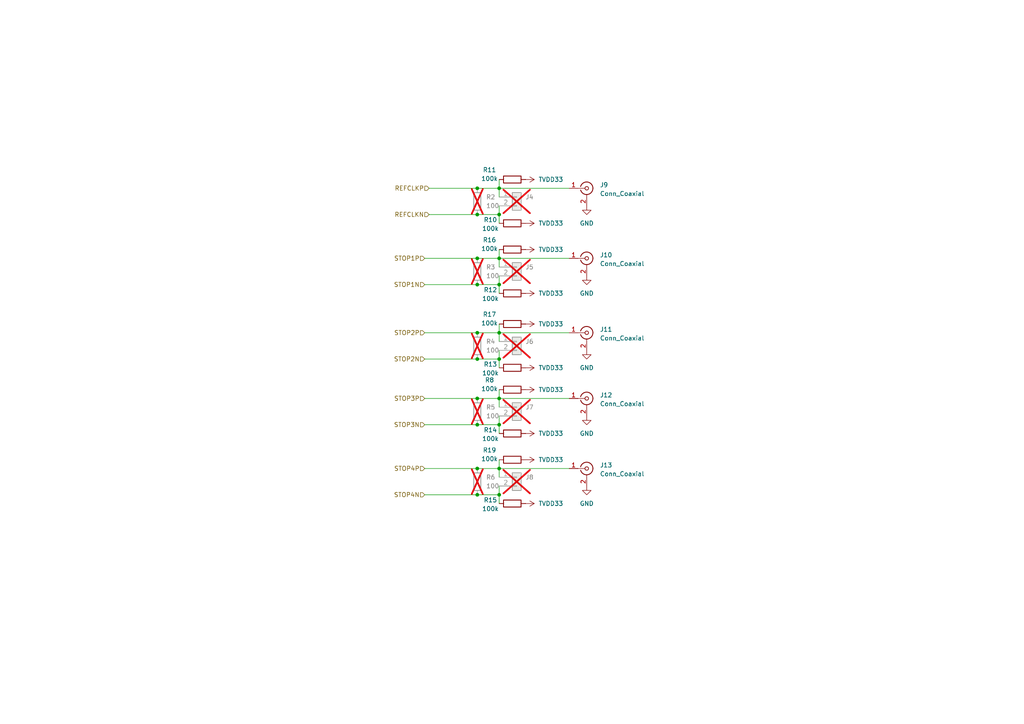
<source format=kicad_sch>
(kicad_sch (version 20231120) (generator "eeschema") (generator_version "8.0")
  (paper "A4")
  (lib_symbols
    (symbol "Connector:Conn_Coaxial" (pin_names (offset 1.016) hide)
      (property "Reference" "J" (at 0.254 3.048 0))
      (property "Value" "Conn_Coaxial" (at 2.921 0 90))
      (symbol "Conn_Coaxial_0_1"
        (arc (start -1.778 -0.508) (mid 0.2311 -1.8066) (end 1.778 0) (stroke (width 0.254)))
        (polyline (pts (xy -2.54 0) (xy -0.508 0)))
        (polyline (pts (xy 0 -2.54) (xy 0 -1.778)))
        (circle (center 0 0) (radius 0.508) (stroke (width 0.2032)))
        (arc (start 1.778 0) (mid 0.2099 1.8101) (end -1.778 0.508) (stroke (width 0.254)))
      )
      (symbol "Conn_Coaxial_1_1"
        (pin passive line (at -5.08 0 0) (length 2.54) (name "In") (number "1"))
        (pin passive line (at 0 -5.08 90) (length 2.54) (name "Ext") (number "2"))
      )
    )
    (symbol "Connector_Generic:Conn_01x02" (pin_names (offset 1.016) hide)
      (property "Reference" "J" (at 0 2.54 0))
      (property "Value" "Conn_01x02" (at 0 -5.08 0))
      (symbol "Conn_01x02_1_1"
        (rectangle (start -1.27 -2.413) (end 0 -2.667) (stroke (width 0.1524)))
        (rectangle (start -1.27 0.127) (end 0 -0.127) (stroke (width 0.1524)))
        (rectangle (start -1.27 1.27) (end 1.27 -3.81) (stroke (width 0.254)) (fill (type background)))
        (pin passive line (at -5.08 0 0) (length 3.81) (name "Pin_1") (number "1"))
        (pin passive line (at -5.08 -2.54 0) (length 3.81) (name "Pin_2") (number "2"))
      )
    )
    (symbol "Device:R" (pin_numbers hide) (pin_names (offset 0))
      (property "Reference" "R" (at 2.032 0 90))
      (property "Value" "R" (at 0 0 90))
      (symbol "R_0_1"
        (rectangle (start -1.016 -2.54) (end 1.016 2.54) (stroke (width 0.254)))
      )
      (symbol "R_1_1"
        (pin passive line (at 0 3.81 270) (length 1.27) (name "~") (number "1"))
        (pin passive line (at 0 -3.81 90) (length 1.27) (name "~") (number "2"))
      )
    )
    (symbol "power:+5C" (power) (pin_numbers hide) (pin_names (offset 0) hide)
      (property "Value" "+5C" (at 0 3.556 0))
      (symbol "+5C_0_1"
        (polyline (pts (xy -0.762 1.27) (xy 0 2.54)))
        (polyline (pts (xy 0 0) (xy 0 2.54)))
        (polyline (pts (xy 0 2.54) (xy 0.762 1.27)))
      )
      (symbol "+5C_1_1"
        (pin power_in line (at 0 0 90) (length 0) (name "~") (number "1"))
      )
    )
    (symbol "power:GND" (power) (pin_numbers hide) (pin_names (offset 0) hide)
      (property "Value" "GND" (at 0 -3.81 0))
      (symbol "GND_0_1"
        (polyline (pts (xy 0 0) (xy 0 -1.27) (xy 1.27 -1.27) (xy 0 -2.54) (xy -1.27 -1.27) (xy 0 -1.27)))
      )
      (symbol "GND_1_1"
        (pin power_in line (at 0 0 270) (length 0) (name "~") (number "1"))
      )
    )
  )
  (junction (at 144.78 74.93))
  (junction (at 138.43 96.52))
  (junction (at 138.43 82.55))
  (junction (at 138.43 123.19))
  (junction (at 138.43 143.51))
  (junction (at 144.78 143.51))
  (junction (at 144.78 82.55))
  (junction (at 144.78 104.14))
  (junction (at 144.78 96.52))
  (junction (at 144.78 135.89))
  (junction (at 144.78 54.61))
  (junction (at 138.43 54.61))
  (junction (at 138.43 115.57))
  (junction (at 144.78 115.57))
  (junction (at 138.43 74.93))
  (junction (at 138.43 135.89))
  (junction (at 138.43 62.23))
  (junction (at 144.78 62.23))
  (junction (at 138.43 104.14))
  (junction (at 144.78 123.19))
  (wire (pts (xy 144.78 62.23) (xy 144.78 64.77)))
  (wire (pts (xy 144.78 135.89) (xy 165.1 135.89)))
  (wire (pts (xy 123.19 82.55) (xy 138.43 82.55)))
  (wire (pts (xy 144.78 54.61) (xy 144.78 52.07)))
  (wire (pts (xy 144.78 115.57) (xy 144.78 118.11)))
  (wire (pts (xy 144.78 74.93) (xy 138.43 74.93)))
  (wire (pts (xy 123.19 143.51) (xy 138.43 143.51)))
  (wire (pts (xy 144.78 59.69) (xy 144.78 62.23)))
  (wire (pts (xy 144.78 123.19) (xy 144.78 125.73)))
  (wire (pts (xy 144.78 113.03) (xy 144.78 115.57)))
  (wire (pts (xy 144.78 133.35) (xy 144.78 135.89)))
  (wire (pts (xy 124.46 62.23) (xy 138.43 62.23)))
  (wire (pts (xy 144.78 143.51) (xy 138.43 143.51)))
  (wire (pts (xy 144.78 123.19) (xy 138.43 123.19)))
  (wire (pts (xy 123.19 135.89) (xy 138.43 135.89)))
  (wire (pts (xy 144.78 115.57) (xy 138.43 115.57)))
  (wire (pts (xy 144.78 74.93) (xy 165.1 74.93)))
  (wire (pts (xy 144.78 96.52) (xy 138.43 96.52)))
  (wire (pts (xy 144.78 54.61) (xy 138.43 54.61)))
  (wire (pts (xy 144.78 120.65) (xy 144.78 123.19)))
  (wire (pts (xy 123.19 104.14) (xy 138.43 104.14)))
  (wire (pts (xy 144.78 143.51) (xy 144.78 146.05)))
  (wire (pts (xy 144.78 138.43) (xy 144.78 135.89)))
  (wire (pts (xy 144.78 82.55) (xy 138.43 82.55)))
  (wire (pts (xy 123.19 96.52) (xy 138.43 96.52)))
  (wire (pts (xy 144.78 54.61) (xy 165.1 54.61)))
  (wire (pts (xy 123.19 123.19) (xy 138.43 123.19)))
  (wire (pts (xy 123.19 115.57) (xy 138.43 115.57)))
  (wire (pts (xy 124.46 54.61) (xy 138.43 54.61)))
  (wire (pts (xy 144.78 77.47) (xy 144.78 74.93)))
  (wire (pts (xy 144.78 104.14) (xy 144.78 106.68)))
  (wire (pts (xy 144.78 115.57) (xy 165.1 115.57)))
  (wire (pts (xy 144.78 93.98) (xy 144.78 96.52)))
  (wire (pts (xy 144.78 74.93) (xy 144.78 72.39)))
  (wire (pts (xy 144.78 96.52) (xy 165.1 96.52)))
  (wire (pts (xy 144.78 135.89) (xy 138.43 135.89)))
  (wire (pts (xy 123.19 74.93) (xy 138.43 74.93)))
  (wire (pts (xy 144.78 57.15) (xy 144.78 54.61)))
  (wire (pts (xy 144.78 140.97) (xy 144.78 143.51)))
  (wire (pts (xy 144.78 82.55) (xy 144.78 85.09)))
  (wire (pts (xy 144.78 99.06) (xy 144.78 96.52)))
  (wire (pts (xy 144.78 104.14) (xy 144.78 101.6)))
  (wire (pts (xy 144.78 62.23) (xy 138.43 62.23)))
  (wire (pts (xy 138.43 104.14) (xy 144.78 104.14)))
  (wire (pts (xy 144.78 80.01) (xy 144.78 82.55)))
  (hierarchical_label "STOP4N" (shape input) (at 123.19 143.51 180))
  (hierarchical_label "STOP4P" (shape input) (at 123.19 135.89 180))
  (hierarchical_label "STOP1N" (shape input) (at 123.19 82.55 180))
  (hierarchical_label "STOP3N" (shape input) (at 123.19 123.19 180))
  (hierarchical_label "REFCLKN" (shape input) (at 124.46 62.23 180))
  (hierarchical_label "STOP2N" (shape input) (at 123.19 104.14 180))
  (hierarchical_label "STOP1P" (shape input) (at 123.19 74.93 180))
  (hierarchical_label "STOP2P" (shape input) (at 123.19 96.52 180))
  (hierarchical_label "STOP3P" (shape input) (at 123.19 115.57 180))
  (hierarchical_label "REFCLKP" (shape input) (at 124.46 54.61 180))
  (symbol (lib_id "Device:R") (at 148.59 125.73 90) (unit 1)
    (property "Reference" "R14" (at 142.24 124.714 90))
    (property "Value" "100k" (at 142.24 127.254 90))
    (property "Footprint" "Resistor_SMD:R_0603_1608Metric_Pad0.98x0.95mm_HandSolder" (effects (hide yes)))
    (property "Description" "Resistor" (effects (hide yes)))
  )
  (symbol (lib_id "power:+5C") (at 152.4 133.35 270) (unit 1)
    (property "Reference" "#PWR081" (effects (hide yes)))
    (property "Value" "TVDD33" (at 159.766 133.35 90))
    (property "Description" "Power symbol creates a global label with name \"+5C\"" (effects (hide yes)))
  )
  (symbol (lib_id "Device:R") (at 148.59 85.09 90) (unit 1)
    (property "Reference" "R12" (at 142.24 84.074 90))
    (property "Value" "100k" (at 142.24 86.614 90))
    (property "Footprint" "Resistor_SMD:R_0603_1608Metric_Pad0.98x0.95mm_HandSolder" (effects (hide yes)))
    (property "Description" "Resistor" (effects (hide yes)))
  )
  (symbol (lib_id "Connector:Conn_Coaxial") (at 170.18 115.57 0) (unit 1)
    (property "Reference" "J12" (at 173.99 114.5931 0) (effects (justify left)))
    (property "Value" "Conn_Coaxial" (at 173.99 117.1331 0) (effects (justify left)))
    (property "Footprint" "Connector_Coaxial:SMB_Jack_Vertical" (effects (hide yes)))
    (property "Description" "coaxial connector (BNC, SMA, SMB, SMC, Cinch/RCA, LEMO, ...)" (effects (hide yes)))
  )
  (symbol (lib_id "Connector:Conn_Coaxial") (at 170.18 135.89 0) (unit 1)
    (property "Reference" "J13" (at 173.99 134.9131 0) (effects (justify left)))
    (property "Value" "Conn_Coaxial" (at 173.99 137.4531 0) (effects (justify left)))
    (property "Footprint" "Connector_Coaxial:SMB_Jack_Vertical" (effects (hide yes)))
    (property "Description" "coaxial connector (BNC, SMA, SMB, SMC, Cinch/RCA, LEMO, ...)" (effects (hide yes)))
  )
  (symbol (lib_id "Device:R") (at 148.59 72.39 90) (unit 1)
    (property "Reference" "R16" (at 141.986 69.596 90))
    (property "Value" "100k" (at 141.986 72.136 90))
    (property "Footprint" "Resistor_SMD:R_0603_1608Metric_Pad0.98x0.95mm_HandSolder" (effects (hide yes)))
    (property "Description" "Resistor" (effects (hide yes)))
  )
  (symbol (lib_id "Device:R") (at 148.59 133.35 90) (unit 1)
    (property "Reference" "R19" (at 141.986 130.556 90))
    (property "Value" "100k" (at 141.986 133.096 90))
    (property "Footprint" "Resistor_SMD:R_0603_1608Metric_Pad0.98x0.95mm_HandSolder" (effects (hide yes)))
    (property "Description" "Resistor" (effects (hide yes)))
  )
  (symbol (lib_id "Device:R") (at 138.43 78.74 0) (unit 1) (in_bom no) (dnp yes)
    (property "Reference" "R3" (at 140.97 77.4699 0) (effects (justify left)))
    (property "Value" "100" (at 140.97 80.0099 0) (effects (justify left)))
    (property "Footprint" "Resistor_SMD:R_0603_1608Metric_Pad0.98x0.95mm_HandSolder" (effects (hide yes)))
    (property "Description" "Resistor" (effects (hide yes)))
  )
  (symbol (lib_id "power:+5C") (at 152.4 72.39 270) (unit 1)
    (property "Reference" "#PWR078" (effects (hide yes)))
    (property "Value" "TVDD33" (at 159.766 72.39 90))
    (property "Description" "Power symbol creates a global label with name \"+5C\"" (effects (hide yes)))
  )
  (symbol (lib_id "power:+5C") (at 152.4 64.77 270) (unit 1)
    (property "Reference" "#PWR05" (effects (hide yes)))
    (property "Value" "TVDD33" (at 159.766 64.77 90))
    (property "Description" "Power symbol creates a global label with name \"+5C\"" (effects (hide yes)))
  )
  (symbol (lib_id "Device:R") (at 148.59 106.68 90) (unit 1)
    (property "Reference" "R13" (at 142.24 105.664 90))
    (property "Value" "100k" (at 142.24 108.204 90))
    (property "Footprint" "Resistor_SMD:R_0603_1608Metric_Pad0.98x0.95mm_HandSolder" (effects (hide yes)))
    (property "Description" "Resistor" (effects (hide yes)))
  )
  (symbol (lib_id "power:+5C") (at 152.4 52.07 270) (unit 1)
    (property "Reference" "#PWR04" (effects (hide yes)))
    (property "Value" "TVDD33" (at 159.766 52.07 90))
    (property "Description" "Power symbol creates a global label with name \"+5C\"" (effects (hide yes)))
  )
  (symbol (lib_id "power:+5C") (at 152.4 106.68 270) (unit 1)
    (property "Reference" "#PWR07" (effects (hide yes)))
    (property "Value" "TVDD33" (at 159.766 106.68 90))
    (property "Description" "Power symbol creates a global label with name \"+5C\"" (effects (hide yes)))
  )
  (symbol (lib_id "Connector:Conn_Coaxial") (at 170.18 96.52 0) (unit 1)
    (property "Reference" "J11" (at 173.99 95.5431 0) (effects (justify left)))
    (property "Value" "Conn_Coaxial" (at 173.99 98.0831 0) (effects (justify left)))
    (property "Footprint" "Connector_Coaxial:SMB_Jack_Vertical" (effects (hide yes)))
    (property "Description" "coaxial connector (BNC, SMA, SMB, SMC, Cinch/RCA, LEMO, ...)" (effects (hide yes)))
  )
  (symbol (lib_id "Connector:Conn_Coaxial") (at 170.18 74.93 0) (unit 1)
    (property "Reference" "J10" (at 173.99 73.9531 0) (effects (justify left)))
    (property "Value" "Conn_Coaxial" (at 173.99 76.4931 0) (effects (justify left)))
    (property "Footprint" "Connector_Coaxial:SMB_Jack_Vertical" (effects (hide yes)))
    (property "Description" "coaxial connector (BNC, SMA, SMB, SMC, Cinch/RCA, LEMO, ...)" (effects (hide yes)))
  )
  (symbol (lib_id "Connector:Conn_Coaxial") (at 170.18 54.61 0) (unit 1)
    (property "Reference" "J9" (at 173.99 53.6331 0) (effects (justify left)))
    (property "Value" "Conn_Coaxial" (at 173.99 56.1731 0) (effects (justify left)))
    (property "Footprint" "Connector_Coaxial:SMB_Jack_Vertical" (effects (hide yes)))
    (property "Description" "coaxial connector (BNC, SMA, SMB, SMC, Cinch/RCA, LEMO, ...)" (effects (hide yes)))
  )
  (symbol (lib_id "Device:R") (at 148.59 64.77 90) (unit 1)
    (property "Reference" "R10" (at 142.24 63.754 90))
    (property "Value" "100k" (at 142.24 66.294 90))
    (property "Footprint" "Resistor_SMD:R_0603_1608Metric_Pad0.98x0.95mm_HandSolder" (effects (hide yes)))
    (property "Description" "Resistor" (effects (hide yes)))
  )
  (symbol (lib_id "Device:R") (at 138.43 139.7 0) (unit 1) (in_bom no) (dnp yes)
    (property "Reference" "R6" (at 140.97 138.4299 0) (effects (justify left)))
    (property "Value" "100" (at 140.97 140.9699 0) (effects (justify left)))
    (property "Footprint" "Resistor_SMD:R_0603_1608Metric_Pad0.98x0.95mm_HandSolder" (effects (hide yes)))
    (property "Description" "Resistor" (effects (hide yes)))
  )
  (symbol (lib_id "Device:R") (at 148.59 52.07 90) (unit 1)
    (property "Reference" "R11" (at 141.986 49.276 90))
    (property "Value" "100k" (at 141.986 51.816 90))
    (property "Footprint" "Resistor_SMD:R_0603_1608Metric_Pad0.98x0.95mm_HandSolder" (effects (hide yes)))
    (property "Description" "Resistor" (effects (hide yes)))
  )
  (symbol (lib_id "Device:R") (at 138.43 119.38 0) (unit 1) (in_bom no) (dnp yes)
    (property "Reference" "R5" (at 140.97 118.1099 0) (effects (justify left)))
    (property "Value" "100" (at 140.97 120.6499 0) (effects (justify left)))
    (property "Footprint" "Resistor_SMD:R_0603_1608Metric_Pad0.98x0.95mm_HandSolder" (effects (hide yes)))
    (property "Description" "Resistor" (effects (hide yes)))
  )
  (symbol (lib_id "power:GND") (at 170.18 80.01 0) (unit 1)
    (property "Reference" "#PWR082" (effects (hide yes)))
    (property "Value" "GND" (at 170.18 85.09 0))
    (property "Description" "Power symbol creates a global label with name \"GND\" , ground" (effects (hide yes)))
  )
  (symbol (lib_id "Device:R") (at 148.59 93.98 90) (unit 1)
    (property "Reference" "R17" (at 141.986 91.186 90))
    (property "Value" "100k" (at 141.986 93.726 90))
    (property "Footprint" "Resistor_SMD:R_0603_1608Metric_Pad0.98x0.95mm_HandSolder" (effects (hide yes)))
    (property "Description" "Resistor" (effects (hide yes)))
  )
  (symbol (lib_id "Device:R") (at 138.43 58.42 0) (unit 1) (in_bom no) (dnp yes)
    (property "Reference" "R2" (at 140.97 57.1499 0) (effects (justify left)))
    (property "Value" "100" (at 140.97 59.6899 0) (effects (justify left)))
    (property "Footprint" "Resistor_SMD:R_0603_1608Metric_Pad0.98x0.95mm_HandSolder" (effects (hide yes)))
    (property "Description" "Resistor" (effects (hide yes)))
  )
  (symbol (lib_id "Connector_Generic:Conn_01x02") (at 149.86 57.15 0) (unit 1) (in_bom no) (dnp yes)
    (property "Reference" "J4" (at 152.4 57.1499 0) (effects (justify left)))
    (property "Value" "Conn_01x02" (effects (hide yes)))
    (property "Footprint" "Connector_PinHeader_2.54mm:PinHeader_1x02_P2.54mm_Vertical" (effects (hide yes)))
    (property "Description" "Generic connector, single row, 01x02, script generated (kicad-library-utils/schlib/autogen/connector/)" (effects (hide yes)))
  )
  (symbol (lib_id "Device:R") (at 148.59 146.05 90) (unit 1)
    (property "Reference" "R15" (at 142.24 145.034 90))
    (property "Value" "100k" (at 142.24 147.574 90))
    (property "Footprint" "Resistor_SMD:R_0603_1608Metric_Pad0.98x0.95mm_HandSolder" (effects (hide yes)))
    (property "Description" "Resistor" (effects (hide yes)))
  )
  (symbol (lib_id "power:GND") (at 170.18 120.65 0) (unit 1)
    (property "Reference" "#PWR084" (effects (hide yes)))
    (property "Value" "GND" (at 170.18 125.73 0))
    (property "Description" "Power symbol creates a global label with name \"GND\" , ground" (effects (hide yes)))
  )
  (symbol (lib_id "power:+5C") (at 152.4 125.73 270) (unit 1)
    (property "Reference" "#PWR08" (effects (hide yes)))
    (property "Value" "TVDD33" (at 159.766 125.73 90))
    (property "Description" "Power symbol creates a global label with name \"+5C\"" (effects (hide yes)))
  )
  (symbol (lib_id "Connector_Generic:Conn_01x02") (at 149.86 138.43 0) (unit 1) (in_bom no) (dnp yes)
    (property "Reference" "J8" (at 152.4 138.4299 0) (effects (justify left)))
    (property "Value" "Conn_01x02" (effects (hide yes)))
    (property "Footprint" "Connector_PinHeader_2.54mm:PinHeader_1x02_P2.54mm_Vertical" (effects (hide yes)))
    (property "Description" "Generic connector, single row, 01x02, script generated (kicad-library-utils/schlib/autogen/connector/)" (effects (hide yes)))
  )
  (symbol (lib_id "power:+5C") (at 152.4 146.05 270) (unit 1)
    (property "Reference" "#PWR074" (effects (hide yes)))
    (property "Value" "TVDD33" (at 159.766 146.05 90))
    (property "Description" "Power symbol creates a global label with name \"+5C\"" (effects (hide yes)))
  )
  (symbol (lib_id "Connector_Generic:Conn_01x02") (at 149.86 118.11 0) (unit 1) (in_bom no) (dnp yes)
    (property "Reference" "J7" (at 152.4 118.1099 0) (effects (justify left)))
    (property "Value" "Conn_01x02" (effects (hide yes)))
    (property "Footprint" "Connector_PinHeader_2.54mm:PinHeader_1x02_P2.54mm_Vertical" (effects (hide yes)))
    (property "Description" "Generic connector, single row, 01x02, script generated (kicad-library-utils/schlib/autogen/connector/)" (effects (hide yes)))
  )
  (symbol (lib_id "power:GND") (at 170.18 140.97 0) (unit 1)
    (property "Reference" "#PWR085" (effects (hide yes)))
    (property "Value" "GND" (at 170.18 146.05 0))
    (property "Description" "Power symbol creates a global label with name \"GND\" , ground" (effects (hide yes)))
  )
  (symbol (lib_id "power:+5C") (at 152.4 113.03 270) (unit 1)
    (property "Reference" "#PWR080" (effects (hide yes)))
    (property "Value" "TVDD33" (at 159.766 113.03 90))
    (property "Description" "Power symbol creates a global label with name \"+5C\"" (effects (hide yes)))
  )
  (symbol (lib_id "power:GND") (at 170.18 101.6 0) (unit 1)
    (property "Reference" "#PWR083" (effects (hide yes)))
    (property "Value" "GND" (at 170.18 106.68 0))
    (property "Description" "Power symbol creates a global label with name \"GND\" , ground" (effects (hide yes)))
  )
  (symbol (lib_id "power:+5C") (at 152.4 93.98 270) (unit 1)
    (property "Reference" "#PWR079" (effects (hide yes)))
    (property "Value" "TVDD33" (at 159.766 93.98 90))
    (property "Description" "Power symbol creates a global label with name \"+5C\"" (effects (hide yes)))
  )
  (symbol (lib_id "Connector_Generic:Conn_01x02") (at 149.86 99.06 0) (unit 1) (in_bom no) (dnp yes)
    (property "Reference" "J6" (at 152.4 99.0599 0) (effects (justify left)))
    (property "Value" "Conn_01x02" (effects (hide yes)))
    (property "Footprint" "Connector_PinHeader_2.54mm:PinHeader_1x02_P2.54mm_Vertical" (effects (hide yes)))
    (property "Description" "Generic connector, single row, 01x02, script generated (kicad-library-utils/schlib/autogen/connector/)" (effects (hide yes)))
  )
  (symbol (lib_id "Device:R") (at 148.59 113.03 90) (unit 1)
    (property "Reference" "R8" (at 141.986 110.236 90))
    (property "Value" "100k" (at 141.986 112.776 90))
    (property "Footprint" "Resistor_SMD:R_0603_1608Metric_Pad0.98x0.95mm_HandSolder" (effects (hide yes)))
    (property "Description" "Resistor" (effects (hide yes)))
  )
  (symbol (lib_id "power:+5C") (at 152.4 85.09 270) (unit 1)
    (property "Reference" "#PWR06" (effects (hide yes)))
    (property "Value" "TVDD33" (at 159.766 85.09 90))
    (property "Description" "Power symbol creates a global label with name \"+5C\"" (effects (hide yes)))
  )
  (symbol (lib_id "power:GND") (at 170.18 59.69 0) (unit 1)
    (property "Reference" "#PWR03" (effects (hide yes)))
    (property "Value" "GND" (at 170.18 64.77 0))
    (property "Description" "Power symbol creates a global label with name \"GND\" , ground" (effects (hide yes)))
  )
  (symbol (lib_id "Connector_Generic:Conn_01x02") (at 149.86 77.47 0) (unit 1) (in_bom no) (dnp yes)
    (property "Reference" "J5" (at 152.4 77.4699 0) (effects (justify left)))
    (property "Value" "Conn_01x02" (effects (hide yes)))
    (property "Footprint" "Connector_PinHeader_2.54mm:PinHeader_1x02_P2.54mm_Vertical" (effects (hide yes)))
    (property "Description" "Generic connector, single row, 01x02, script generated (kicad-library-utils/schlib/autogen/connector/)" (effects (hide yes)))
  )
  (symbol (lib_id "Device:R") (at 138.43 100.33 0) (unit 1) (in_bom no) (dnp yes)
    (property "Reference" "R4" (at 140.97 99.0599 0) (effects (justify left)))
    (property "Value" "100" (at 140.97 101.5999 0) (effects (justify left)))
    (property "Footprint" "Resistor_SMD:R_0603_1608Metric_Pad0.98x0.95mm_HandSolder" (effects (hide yes)))
    (property "Description" "Resistor" (effects (hide yes)))
  )
)
</source>
